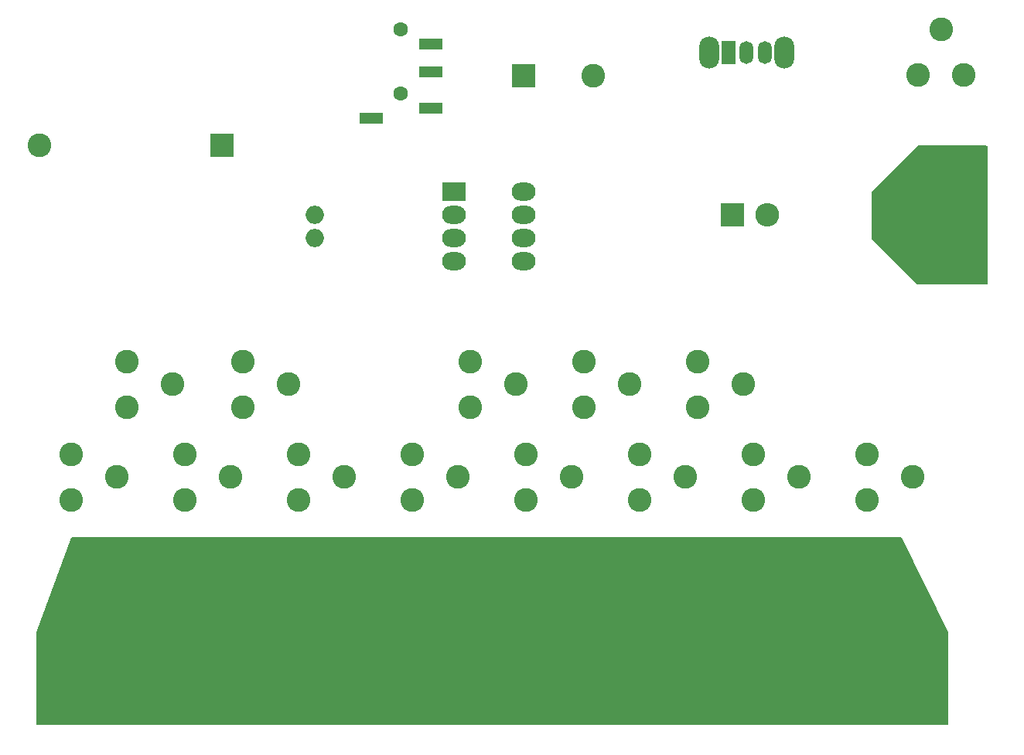
<source format=gbr>
%TF.GenerationSoftware,KiCad,Pcbnew,7.0.10*%
%TF.CreationDate,2024-02-15T17:51:49+01:00*%
%TF.ProjectId,stylophone,7374796c-6f70-4686-9f6e-652e6b696361,rev?*%
%TF.SameCoordinates,Original*%
%TF.FileFunction,Soldermask,Top*%
%TF.FilePolarity,Negative*%
%FSLAX46Y46*%
G04 Gerber Fmt 4.6, Leading zero omitted, Abs format (unit mm)*
G04 Created by KiCad (PCBNEW 7.0.10) date 2024-02-15 17:51:49*
%MOMM*%
%LPD*%
G01*
G04 APERTURE LIST*
%ADD10C,2.600000*%
%ADD11O,2.200000X3.500000*%
%ADD12R,1.500000X2.500000*%
%ADD13O,1.500000X2.500000*%
%ADD14C,1.600000*%
%ADD15R,2.500000X1.200000*%
%ADD16R,2.600000X2.600000*%
%ADD17O,2.000000X2.000000*%
%ADD18R,2.600000X2.000000*%
%ADD19O,2.600000X2.000000*%
%ADD20O,2.600000X2.600000*%
G04 APERTURE END LIST*
D10*
%TO.C,RV_G1*%
X81574000Y-79462000D03*
X86574000Y-76962000D03*
X81574000Y-74462000D03*
%TD*%
%TO.C,RV_F#1*%
X75478000Y-69302000D03*
X80478000Y-66802000D03*
X75478000Y-64302000D03*
%TD*%
%TO.C,RV_G#1*%
X87924000Y-69302000D03*
X92924000Y-66802000D03*
X87924000Y-64302000D03*
%TD*%
D11*
%TO.C,SW1*%
X101600000Y-30480000D03*
X109800000Y-30480000D03*
D12*
X103700000Y-30480000D03*
D13*
X105700000Y-30480000D03*
X107700000Y-30480000D03*
%TD*%
D10*
%TO.C,RV_E1*%
X56682000Y-79462000D03*
X61682000Y-76962000D03*
X56682000Y-74462000D03*
%TD*%
%TO.C,RV2*%
X129500000Y-32940000D03*
X127000000Y-27940000D03*
X124500000Y-32940000D03*
%TD*%
%TO.C,RV_C#1*%
X37886000Y-69302000D03*
X42886000Y-66802000D03*
X37886000Y-64302000D03*
%TD*%
D14*
%TO.C,J1*%
X67870000Y-27940000D03*
X67870000Y-34940000D03*
D15*
X71120000Y-32540000D03*
X71120000Y-29540000D03*
X64620000Y-37640000D03*
X71120000Y-36540000D03*
%TD*%
D10*
%TO.C,RV_F1*%
X69128000Y-79462000D03*
X74128000Y-76962000D03*
X69128000Y-74462000D03*
%TD*%
D16*
%TO.C,BZ1*%
X81280000Y-33020000D03*
D10*
X88880000Y-33020000D03*
%TD*%
%TO.C,RV_B1*%
X106466000Y-79462000D03*
X111466000Y-76962000D03*
X106466000Y-74462000D03*
%TD*%
D17*
%TO.C,C1*%
X58420000Y-50760000D03*
X58420000Y-48260000D03*
%TD*%
D18*
%TO.C,U1*%
X73660000Y-45720000D03*
D19*
X73660000Y-48260000D03*
X73660000Y-50800000D03*
X73660000Y-53340000D03*
X81280000Y-53340000D03*
X81280000Y-50800000D03*
X81280000Y-48260000D03*
X81280000Y-45720000D03*
%TD*%
D10*
%TO.C,RV_D1*%
X44236000Y-79462000D03*
X49236000Y-76962000D03*
X44236000Y-74462000D03*
%TD*%
%TO.C,RV_A#1*%
X100370000Y-69302000D03*
X105370000Y-66802000D03*
X100370000Y-64302000D03*
%TD*%
%TO.C,RV_C1*%
X31790000Y-79462000D03*
X36790000Y-76962000D03*
X31790000Y-74462000D03*
%TD*%
%TO.C,RV_C2*%
X118912000Y-79462000D03*
X123912000Y-76962000D03*
X118912000Y-74462000D03*
%TD*%
D16*
%TO.C,BT1*%
X48260000Y-40640000D03*
D10*
X28260000Y-40640000D03*
%TD*%
%TO.C,RV_A1*%
X94020000Y-79462000D03*
X99020000Y-76962000D03*
X94020000Y-74462000D03*
%TD*%
D16*
%TO.C,D1*%
X104140000Y-48260000D03*
D20*
X107950000Y-48260000D03*
%TD*%
D10*
%TO.C,RV_D#1*%
X50586000Y-69302000D03*
X55586000Y-66802000D03*
X50586000Y-64302000D03*
%TD*%
G36*
X132023039Y-40659685D02*
G01*
X132068794Y-40712489D01*
X132080000Y-40764000D01*
X132080000Y-55756000D01*
X132060315Y-55823039D01*
X132007511Y-55868794D01*
X131956000Y-55880000D01*
X124511362Y-55880000D01*
X124444323Y-55860315D01*
X124423681Y-55843681D01*
X119416319Y-50836319D01*
X119382834Y-50774996D01*
X119380000Y-50748638D01*
X119380000Y-45771362D01*
X119399685Y-45704323D01*
X119416319Y-45683681D01*
X124423681Y-40676319D01*
X124485004Y-40642834D01*
X124511362Y-40640000D01*
X131956000Y-40640000D01*
X132023039Y-40659685D01*
G37*
G36*
X122671560Y-83585685D02*
G01*
X122715968Y-83635635D01*
X127749447Y-93954266D01*
X127762000Y-94008631D01*
X127762000Y-104016000D01*
X127742315Y-104083039D01*
X127689511Y-104128794D01*
X127638000Y-104140000D01*
X28064000Y-104140000D01*
X27996961Y-104120315D01*
X27951206Y-104067511D01*
X27940000Y-104016000D01*
X27940000Y-94001970D01*
X27947549Y-93959366D01*
X31720221Y-83647396D01*
X31761741Y-83591201D01*
X31827050Y-83566374D01*
X31836672Y-83566000D01*
X122604521Y-83566000D01*
X122671560Y-83585685D01*
G37*
M02*

</source>
